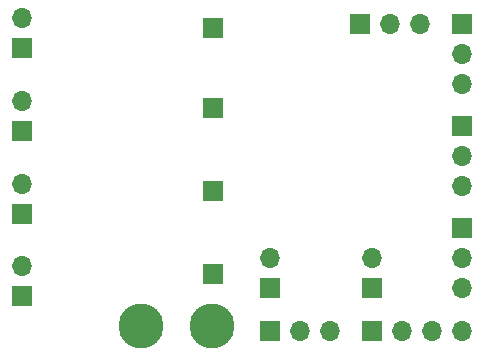
<source format=gbs>
G04 #@! TF.GenerationSoftware,KiCad,Pcbnew,(6.0.2)*
G04 #@! TF.CreationDate,2022-07-27T14:51:58+02:00*
G04 #@! TF.ProjectId,Multiplex_MOSFET,4d756c74-6970-46c6-9578-5f4d4f534645,rev?*
G04 #@! TF.SameCoordinates,Original*
G04 #@! TF.FileFunction,Soldermask,Bot*
G04 #@! TF.FilePolarity,Negative*
%FSLAX46Y46*%
G04 Gerber Fmt 4.6, Leading zero omitted, Abs format (unit mm)*
G04 Created by KiCad (PCBNEW (6.0.2)) date 2022-07-27 14:51:58*
%MOMM*%
%LPD*%
G01*
G04 APERTURE LIST*
%ADD10C,3.800000*%
%ADD11R,1.700000X1.700000*%
%ADD12O,1.700000X1.700000*%
G04 APERTURE END LIST*
D10*
X62950000Y-118670000D03*
X56950000Y-118670000D03*
D11*
X63050000Y-114250000D03*
X63050000Y-107250000D03*
X63050000Y-100250000D03*
X63050000Y-93450000D03*
X84120000Y-110395000D03*
D12*
X84120000Y-112935000D03*
X84120000Y-115475000D03*
D11*
X84120000Y-101750000D03*
D12*
X84120000Y-104290000D03*
X84120000Y-106830000D03*
D11*
X84120000Y-93100000D03*
D12*
X84120000Y-95640000D03*
X84120000Y-98180000D03*
D11*
X75470000Y-93100000D03*
D12*
X78010000Y-93100000D03*
X80550000Y-93100000D03*
D11*
X76520000Y-119050000D03*
D12*
X79060000Y-119050000D03*
X81600000Y-119050000D03*
X84140000Y-119050000D03*
D11*
X67865000Y-119050000D03*
D12*
X70405000Y-119050000D03*
X72945000Y-119050000D03*
D11*
X76520000Y-115450000D03*
D12*
X76520000Y-112910000D03*
D11*
X67880000Y-115460000D03*
D12*
X67880000Y-112920000D03*
D11*
X46850000Y-116145000D03*
D12*
X46850000Y-113605000D03*
D11*
X46850000Y-109155000D03*
D12*
X46850000Y-106615000D03*
X46850000Y-99610000D03*
D11*
X46850000Y-102150000D03*
X46850000Y-95145000D03*
D12*
X46850000Y-92605000D03*
M02*

</source>
